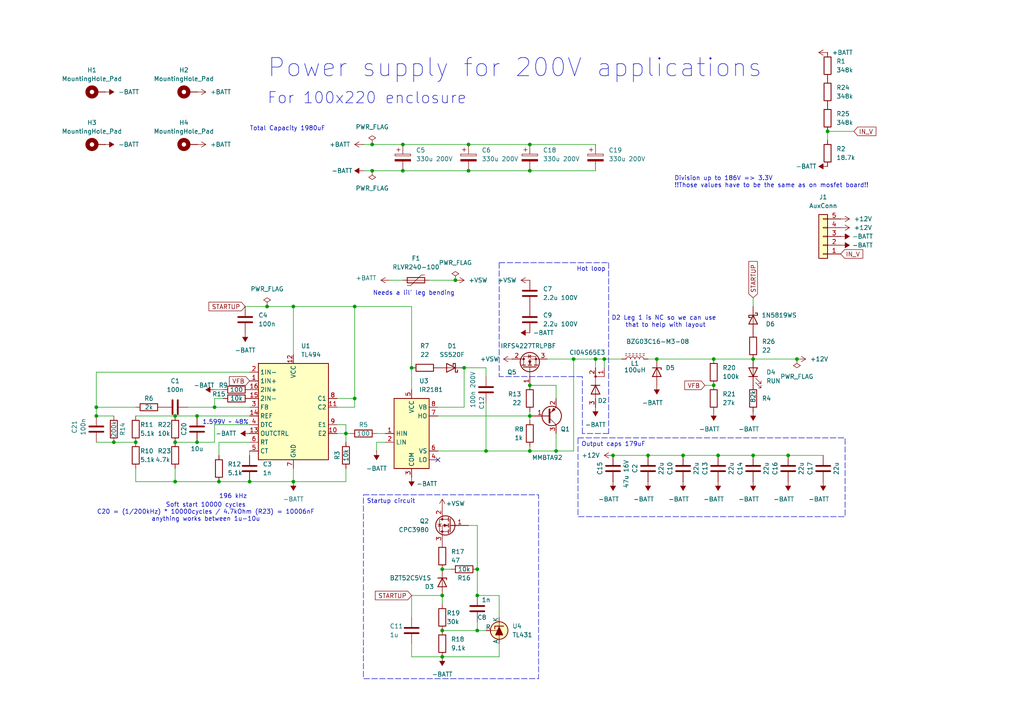
<source format=kicad_sch>
(kicad_sch (version 20231120) (generator "eeschema") (generator_version "8.0")
  (paper "A4")
  (lib_symbols
    (symbol "Connector_Generic:Conn_01x05" (pin_names (offset 1.016) hide)
      (property "Reference" "J" (at 0 7.62 0))
      (property "Value" "Conn_01x05" (at 0 -7.62 0))
      (symbol "Conn_01x05_1_1"
        (pin passive line (at -5.08 5.08 0) (length 3.81) (name "Pin_1") (number "1"))
        (pin passive line (at -5.08 2.54 0) (length 3.81) (name "Pin_2") (number "2"))
        (pin passive line (at -5.08 0 0) (length 3.81) (name "Pin_3") (number "3"))
        (pin passive line (at -5.08 -2.54 0) (length 3.81) (name "Pin_4") (number "4"))
        (pin passive line (at -5.08 -5.08 0) (length 3.81) (name "Pin_5") (number "5"))
      )
    )
    (symbol "Device:C" (pin_numbers hide) (pin_names (offset 0.254))
      (property "Reference" "C" (at 0.635 2.54 0))
      (property "Value" "C" (at 0.635 -2.54 0))
      (symbol "C_1_1"
        (pin passive line (at 0 3.81 270) (length 2.794) (name "~") (number "1"))
        (pin passive line (at 0 -3.81 90) (length 2.794) (name "~") (number "2"))
      )
    )
    (symbol "Device:C_Polarized" (pin_numbers hide) (pin_names (offset 0.254))
      (property "Reference" "C" (at 0.635 2.54 0))
      (property "Value" "C_Polarized" (at 0.635 -2.54 0))
      (symbol "C_Polarized_1_1"
        (pin passive line (at 0 3.81 270) (length 2.794) (name "~") (number "1"))
        (pin passive line (at 0 -3.81 90) (length 2.794) (name "~") (number "2"))
      )
    )
    (symbol "Device:D_KKA" (pin_names (offset 0) hide)
      (property "Reference" "D" (at 0 2.54 0))
      (property "Value" "D_KKA" (at 0 -2.54 0))
      (symbol "D_KKA_1_1"
        (pin passive line (at -6.35 2.54 0) (length 2.54) (name "K") (number "1"))
        (pin passive line (at -6.35 0 0) (length 2.54) (name "K") (number "2"))
        (pin passive line (at 5.08 0 180) (length 2.54) (name "A") (number "3"))
      )
    )
    (symbol "Device:D_Schottky" (pin_numbers hide) (pin_names (offset 1.016) hide)
      (property "Reference" "D" (at 0 2.54 0))
      (property "Value" "D_Schottky" (at 0 -2.54 0))
      (symbol "D_Schottky_1_1"
        (pin passive line (at -3.81 0 0) (length 2.54) (name "K") (number "1"))
        (pin passive line (at 3.81 0 180) (length 2.54) (name "A") (number "2"))
      )
    )
    (symbol "Device:D_Zener" (pin_numbers hide) (pin_names (offset 1.016) hide)
      (property "Reference" "D" (at 0 2.54 0))
      (property "Value" "D_Zener" (at 0 -2.54 0))
      (symbol "D_Zener_1_1"
        (pin passive line (at -3.81 0 0) (length 2.54) (name "K") (number "1"))
        (pin passive line (at 3.81 0 180) (length 2.54) (name "A") (number "2"))
      )
    )
    (symbol "Device:LED" (pin_numbers hide) (pin_names (offset 1.016) hide)
      (property "Reference" "D" (at 0 2.54 0))
      (property "Value" "LED" (at 0 -2.54 0))
      (symbol "LED_1_1"
        (pin passive line (at -3.81 0 0) (length 2.54) (name "K") (number "1"))
        (pin passive line (at 3.81 0 180) (length 2.54) (name "A") (number "2"))
      )
    )
    (symbol "Device:L_Ferrite" (pin_numbers hide) (pin_names (offset 1.016) hide)
      (property "Reference" "L" (at -1.27 0 90))
      (property "Value" "L_Ferrite" (at 2.794 0 90))
      (symbol "L_Ferrite_1_1"
        (pin passive line (at 0 3.81 270) (length 1.27) (name "1") (number "1"))
        (pin passive line (at 0 -3.81 90) (length 1.27) (name "2") (number "2"))
      )
    )
    (symbol "Device:Polyfuse" (pin_numbers hide) (pin_names (offset 0))
      (property "Reference" "F" (at -2.54 0 90))
      (property "Value" "Polyfuse" (at 2.54 0 90))
      (symbol "Polyfuse_1_1"
        (pin passive line (at 0 3.81 270) (length 1.27) (name "~") (number "1"))
        (pin passive line (at 0 -3.81 90) (length 1.27) (name "~") (number "2"))
      )
    )
    (symbol "Device:Q_PNP_BEC" (pin_names (offset 0) hide)
      (property "Reference" "Q" (at 5.08 1.27 0))
      (property "Value" "Q_PNP_BEC" (at 5.08 -1.27 0))
      (symbol "Q_PNP_BEC_1_1"
        (pin input line (at -5.08 0 0) (length 5.715) (name "B") (number "1"))
        (pin passive line (at 2.54 -5.08 90) (length 2.54) (name "E") (number "2"))
        (pin passive line (at 2.54 5.08 270) (length 2.54) (name "C") (number "3"))
      )
    )
    (symbol "Device:R" (pin_numbers hide) (pin_names (offset 0))
      (property "Reference" "R" (at 2.032 0 90))
      (property "Value" "R" (at 0 0 90))
      (symbol "R_1_1"
        (pin passive line (at 0 3.81 270) (length 1.27) (name "~") (number "1"))
        (pin passive line (at 0 -3.81 90) (length 1.27) (name "~") (number "2"))
      )
    )
    (symbol "Driver_FET:IR2181"
      (property "Reference" "U" (at 1.27 13.335 0))
      (property "Value" "IR2181" (at 1.27 11.43 0))
      (symbol "IR2181_1_1"
        (pin input line (at -7.62 0 0) (length 2.54) (name "HIN") (number "1"))
        (pin input line (at -7.62 -2.54 0) (length 2.54) (name "LIN") (number "2"))
        (pin power_in line (at 0 -12.7 90) (length 2.54) (name "COM") (number "3"))
        (pin output line (at 7.62 -7.62 180) (length 2.54) (name "LO") (number "4"))
        (pin power_in line (at 0 12.7 270) (length 2.54) (name "VCC") (number "5"))
        (pin passive line (at 7.62 -5.08 180) (length 2.54) (name "VS") (number "6"))
        (pin output line (at 7.62 5.08 180) (length 2.54) (name "HO") (number "7"))
        (pin passive line (at 7.62 7.62 180) (length 2.54) (name "VB") (number "8"))
      )
    )
    (symbol "GigaESCSymbols:TL431" (pin_numbers hide) (pin_names (offset 0))
      (property "Reference" "U" (at 10.16 1.27 0))
      (property "Value" "TL431" (at 10.16 -1.27 0))
      (symbol "TL431_1_1"
        (pin passive line (at -3.81 0 0) (length 1.27) (name "R") (number "1"))
        (pin passive line (at 0 3.81 270) (length 1.27) (name "K") (number "2"))
        (pin passive line (at 0 -3.81 90) (length 1.27) (name "A") (number "3"))
      )
    )
    (symbol "Mechanical:MountingHole_Pad" (pin_numbers hide) (pin_names (offset 1.016) hide)
      (property "Reference" "H" (at 0 6.35 0))
      (property "Value" "MountingHole_Pad" (at 0 4.445 0))
      (symbol "MountingHole_Pad_1_1"
        (pin input line (at 0 -2.54 90) (length 2.54) (name "1") (number "1"))
      )
    )
    (symbol "Regulator_Controller:TL494"
      (property "Reference" "U" (at 3.81 19.05 0))
      (property "Value" "TL494" (at 3.81 16.51 0))
      (symbol "TL494_1_1"
        (pin input line (at -12.7 10.16 0) (length 2.54) (name "1IN+") (number "1"))
        (pin passive line (at 12.7 -5.08 180) (length 2.54) (name "E2") (number "10"))
        (pin passive line (at 12.7 2.54 180) (length 2.54) (name "C2") (number "11"))
        (pin power_in line (at 0 17.78 270) (length 2.54) (name "VCC") (number "12"))
        (pin input line (at -12.7 -5.08 0) (length 2.54) (name "OUTCTRL") (number "13"))
        (pin power_out line (at -12.7 0 0) (length 2.54) (name "REF") (number "14"))
        (pin input line (at -12.7 5.08 0) (length 2.54) (name "2IN-") (number "15"))
        (pin input line (at -12.7 7.62 0) (length 2.54) (name "2IN+") (number "16"))
        (pin input line (at -12.7 12.7 0) (length 2.54) (name "1IN-") (number "2"))
        (pin output line (at -12.7 2.54 0) (length 2.54) (name "FB") (number "3"))
        (pin input line (at -12.7 -2.54 0) (length 2.54) (name "DTC") (number "4"))
        (pin passive line (at -12.7 -10.16 0) (length 2.54) (name "CT") (number "5"))
        (pin passive line (at -12.7 -7.62 0) (length 2.54) (name "RT") (number "6"))
        (pin power_in line (at 0 -15.24 90) (length 2.54) (name "GND") (number "7"))
        (pin passive line (at 12.7 5.08 180) (length 2.54) (name "C1") (number "8"))
        (pin passive line (at 12.7 -2.54 180) (length 2.54) (name "E1") (number "9"))
      )
    )
    (symbol "Transistor_FET:BSP129" (pin_names hide)
      (property "Reference" "Q" (at 5.08 1.905 0))
      (property "Value" "BSP129" (at 5.08 0 0))
      (symbol "BSP129_1_1"
        (pin input line (at -5.08 0 0) (length 5.08) (name "G") (number "1"))
        (pin passive line (at 2.54 5.08 270) (length 2.54) (name "D") (number "2"))
        (pin passive line (at 2.54 -5.08 90) (length 2.54) (name "S") (number "3"))
      )
    )
    (symbol "Transistor_FET:STD7NK40Z" (pin_names hide)
      (property "Reference" "Q" (at 5.08 1.905 0))
      (property "Value" "STD7NK40Z" (at 5.08 0 0))
      (symbol "STD7NK40Z_1_1"
        (pin passive line (at -5.08 0 0) (length 2.54) (name "G") (number "1"))
        (pin passive line (at 2.54 5.08 270) (length 2.54) (name "D") (number "2"))
        (pin passive line (at 2.54 -5.08 90) (length 2.54) (name "S") (number "3"))
      )
    )
    (symbol "power:+12V" (power) (pin_numbers hide) (pin_names (offset 0) hide)
      (property "Value" "+12V" (at 0 3.556 0))
      (symbol "+12V_1_1"
        (pin power_in line (at 0 0 90) (length 0) (name "~") (number "1"))
      )
    )
    (symbol "power:+BATT" (power) (pin_numbers hide) (pin_names (offset 0) hide)
      (property "Value" "+BATT" (at 0 3.556 0))
      (symbol "+BATT_1_1"
        (pin power_in line (at 0 0 90) (length 0) (name "~") (number "1"))
      )
    )
    (symbol "power:+VSW" (power) (pin_numbers hide) (pin_names (offset 0) hide)
      (property "Value" "+VSW" (at 0 3.556 0))
      (symbol "+VSW_1_1"
        (pin power_in line (at 0 0 90) (length 0) (name "~") (number "1"))
      )
    )
    (symbol "power:-BATT" (power) (pin_numbers hide) (pin_names (offset 0) hide)
      (property "Value" "-BATT" (at 0 3.556 0))
      (symbol "-BATT_1_1"
        (pin power_in line (at 0 0 90) (length 0) (name "~") (number "1"))
      )
    )
    (symbol "power:PWR_FLAG" (power) (pin_numbers hide) (pin_names (offset 0) hide)
      (property "Value" "PWR_FLAG" (at 0 3.81 0))
      (symbol "PWR_FLAG_0_0"
        (pin power_out line (at 0 0 90) (length 0) (name "~") (number "1"))
      )
    )
  )
  (junction (at 218.44 104.14))
  (junction (at 140.97 130.81))
  (junction (at 208.28 132.08))
  (junction (at 128.27 190.5))
  (junction (at 102.87 88.9))
  (junction (at 102.87 115.57))
  (junction (at 153.67 120.65))
  (junction (at 231.14 104.14))
  (junction (at 228.6 132.08))
  (junction (at 153.67 130.81))
  (junction (at 138.43 182.88))
  (junction (at 116.84 49.53))
  (junction (at 128.27 182.88))
  (junction (at 57.15 120.65))
  (junction (at 100.33 125.73))
  (junction (at 128.27 165.1))
  (junction (at 207.01 104.14))
  (junction (at 50.8 128.27))
  (junction (at 85.09 139.7))
  (junction (at 240.03 38.1))
  (junction (at 107.95 41.91))
  (junction (at 187.96 132.08))
  (junction (at 116.84 41.91))
  (junction (at 62.23 118.11))
  (junction (at 172.72 104.14))
  (junction (at 77.47 88.9))
  (junction (at 107.95 49.53))
  (junction (at 138.43 172.72))
  (junction (at 218.44 132.08))
  (junction (at 161.29 130.81))
  (junction (at 27.94 118.11))
  (junction (at 135.89 49.53))
  (junction (at 175.26 104.14))
  (junction (at 190.5 104.14))
  (junction (at 39.37 128.27))
  (junction (at 50.8 120.65))
  (junction (at 33.02 128.27))
  (junction (at 153.67 111.76))
  (junction (at 128.27 172.72))
  (junction (at 50.8 139.7))
  (junction (at 135.89 41.91))
  (junction (at 72.39 139.7))
  (junction (at 57.15 128.27))
  (junction (at 198.12 132.08))
  (junction (at 85.09 88.9))
  (junction (at 153.67 41.91))
  (junction (at 153.67 49.53))
  (junction (at 132.08 81.28))
  (junction (at 166.37 104.14))
  (junction (at 134.62 106.68))
  (junction (at 27.94 120.65))
  (junction (at 138.43 165.1))
  (junction (at 119.38 106.68))
  (junction (at 177.8 132.08))
  (junction (at 207.01 111.76))
  (junction (at 63.5 139.7))
  (no_connect (at 127 133.35))
  (wire (pts (xy 127 120.65) (xy 153.67 120.65)))
  (wire (pts (xy 138.43 165.1) (xy 138.43 172.72)))
  (wire (pts (xy 100.33 123.19) (xy 100.33 125.73)))
  (wire (pts (xy 127 130.81) (xy 140.97 130.81)))
  (wire (pts (xy 153.67 49.53) (xy 172.72 49.53)))
  (wire (pts (xy 57.15 128.27) (xy 62.23 128.27)))
  (wire (pts (xy 218.44 104.14) (xy 231.14 104.14)))
  (wire (pts (xy 128.27 182.88) (xy 138.43 182.88)))
  (wire (pts (xy 109.22 128.27) (xy 111.76 128.27)))
  (wire (pts (xy 161.29 111.76) (xy 153.67 111.76)))
  (wire (pts (xy 119.38 88.9) (xy 119.38 106.68)))
  (wire (pts (xy 138.43 172.72) (xy 144.78 172.72)))
  (wire (pts (xy 27.94 118.11) (xy 39.37 118.11)))
  (wire (pts (xy 109.22 125.73) (xy 111.76 125.73)))
  (wire (pts (xy 134.62 106.68) (xy 140.97 106.68)))
  (wire (pts (xy 77.47 88.9) (xy 85.09 88.9)))
  (wire (pts (xy 27.94 128.27) (xy 33.02 128.27)))
  (wire (pts (xy 177.8 132.08) (xy 187.96 132.08)))
  (wire (pts (xy 187.96 132.08) (xy 198.12 132.08)))
  (wire (pts (xy 62.23 128.27) (xy 62.23 123.19)))
  (wire (pts (xy 62.23 115.57) (xy 62.23 118.11)))
  (wire (pts (xy 161.29 125.73) (xy 161.29 130.81)))
  (wire (pts (xy 153.67 41.91) (xy 172.72 41.91)))
  (wire (pts (xy 166.37 104.14) (xy 172.72 104.14)))
  (wire (pts (xy 64.77 113.03) (xy 62.23 113.03)))
  (wire (pts (xy 50.8 128.27) (xy 57.15 128.27)))
  (wire (pts (xy 116.84 41.91) (xy 135.89 41.91)))
  (wire (pts (xy 102.87 88.9) (xy 102.87 115.57)))
  (polyline (pts (xy 144.78 76.2) (xy 176.53 76.2)) (stroke (width 0) (type dash)))
  (wire (pts (xy 218.44 132.08) (xy 228.6 132.08)))
  (wire (pts (xy 71.12 88.9) (xy 77.47 88.9)))
  (wire (pts (xy 102.87 88.9) (xy 119.38 88.9)))
  (wire (pts (xy 100.33 135.89) (xy 100.33 139.7)))
  (wire (pts (xy 39.37 139.7) (xy 50.8 139.7)))
  (wire (pts (xy 127 118.11) (xy 134.62 118.11)))
  (wire (pts (xy 107.95 49.53) (xy 116.84 49.53)))
  (wire (pts (xy 175.26 104.14) (xy 180.34 104.14)))
  (wire (pts (xy 109.22 130.81) (xy 109.22 128.27)))
  (wire (pts (xy 138.43 152.4) (xy 135.89 152.4)))
  (wire (pts (xy 140.97 106.68) (xy 140.97 109.22)))
  (wire (pts (xy 128.27 165.1) (xy 130.81 165.1)))
  (polyline (pts (xy 168.91 109.22) (xy 144.78 109.22)) (stroke (width 0) (type dash)))
  (wire (pts (xy 97.79 123.19) (xy 100.33 123.19)))
  (wire (pts (xy 138.43 182.88) (xy 140.97 182.88)))
  (wire (pts (xy 158.75 104.14) (xy 166.37 104.14)))
  (wire (pts (xy 119.38 179.07) (xy 119.38 172.72)))
  (wire (pts (xy 138.43 180.34) (xy 138.43 182.88)))
  (wire (pts (xy 207.01 104.14) (xy 218.44 104.14)))
  (wire (pts (xy 153.67 129.54) (xy 153.67 130.81)))
  (wire (pts (xy 33.02 128.27) (xy 39.37 128.27)))
  (wire (pts (xy 97.79 115.57) (xy 102.87 115.57)))
  (wire (pts (xy 240.03 38.1) (xy 247.65 38.1)))
  (wire (pts (xy 172.72 104.14) (xy 172.72 106.68)))
  (wire (pts (xy 62.23 118.11) (xy 72.39 118.11)))
  (wire (pts (xy 187.96 104.14) (xy 190.5 104.14)))
  (wire (pts (xy 124.46 81.28) (xy 132.08 81.28)))
  (polyline (pts (xy 176.53 76.2) (xy 176.53 125.73)) (stroke (width 0) (type dash)))
  (wire (pts (xy 85.09 88.9) (xy 85.09 102.87)))
  (wire (pts (xy 105.41 49.53) (xy 107.95 49.53)))
  (wire (pts (xy 144.78 179.07) (xy 144.78 172.72)))
  (wire (pts (xy 175.26 104.14) (xy 175.26 106.68)))
  (polyline (pts (xy 144.78 76.2) (xy 144.78 109.22)) (stroke (width 0) (type dash)))
  (wire (pts (xy 204.47 111.76) (xy 207.01 111.76)))
  (wire (pts (xy 166.37 130.81) (xy 166.37 104.14)))
  (wire (pts (xy 62.23 123.19) (xy 72.39 123.19)))
  (wire (pts (xy 85.09 88.9) (xy 102.87 88.9)))
  (wire (pts (xy 153.67 120.65) (xy 153.67 119.38)))
  (wire (pts (xy 27.94 118.11) (xy 27.94 120.65)))
  (wire (pts (xy 107.95 41.91) (xy 116.84 41.91)))
  (wire (pts (xy 57.15 120.65) (xy 72.39 120.65)))
  (wire (pts (xy 62.23 115.57) (xy 64.77 115.57)))
  (wire (pts (xy 116.84 49.53) (xy 135.89 49.53)))
  (wire (pts (xy 100.33 125.73) (xy 100.33 128.27)))
  (wire (pts (xy 134.62 106.68) (xy 134.62 118.11)))
  (wire (pts (xy 54.61 118.11) (xy 62.23 118.11)))
  (wire (pts (xy 140.97 130.81) (xy 153.67 130.81)))
  (wire (pts (xy 161.29 130.81) (xy 166.37 130.81)))
  (wire (pts (xy 100.33 125.73) (xy 101.6 125.73)))
  (wire (pts (xy 218.44 86.36) (xy 218.44 88.9)))
  (wire (pts (xy 105.41 41.91) (xy 107.95 41.91)))
  (wire (pts (xy 240.03 38.1) (xy 240.03 40.64)))
  (wire (pts (xy 39.37 120.65) (xy 50.8 120.65)))
  (wire (pts (xy 161.29 115.57) (xy 161.29 111.76)))
  (wire (pts (xy 138.43 152.4) (xy 138.43 165.1)))
  (wire (pts (xy 113.03 81.28) (xy 116.84 81.28)))
  (wire (pts (xy 128.27 190.5) (xy 144.78 190.5)))
  (wire (pts (xy 135.89 49.53) (xy 153.67 49.53)))
  (wire (pts (xy 144.78 190.5) (xy 144.78 186.69)))
  (wire (pts (xy 208.28 132.08) (xy 218.44 132.08)))
  (wire (pts (xy 63.5 128.27) (xy 63.5 132.08)))
  (polyline (pts (xy 168.91 125.73) (xy 168.91 109.22)) (stroke (width 0) (type dash)))
  (wire (pts (xy 27.94 120.65) (xy 33.02 120.65)))
  (wire (pts (xy 72.39 128.27) (xy 63.5 128.27)))
  (wire (pts (xy 39.37 135.89) (xy 39.37 139.7)))
  (wire (pts (xy 72.39 130.81) (xy 72.39 132.08)))
  (wire (pts (xy 102.87 115.57) (xy 102.87 118.11)))
  (wire (pts (xy 85.09 139.7) (xy 85.09 135.89)))
  (wire (pts (xy 228.6 132.08) (xy 238.76 132.08)))
  (wire (pts (xy 119.38 172.72) (xy 128.27 172.72)))
  (wire (pts (xy 172.72 104.14) (xy 175.26 104.14)))
  (wire (pts (xy 100.33 139.7) (xy 85.09 139.7)))
  (wire (pts (xy 50.8 120.65) (xy 57.15 120.65)))
  (wire (pts (xy 119.38 190.5) (xy 128.27 190.5)))
  (wire (pts (xy 135.89 41.91) (xy 153.67 41.91)))
  (wire (pts (xy 97.79 118.11) (xy 102.87 118.11)))
  (wire (pts (xy 140.97 116.84) (xy 140.97 130.81)))
  (polyline (pts (xy 176.53 125.73) (xy 168.91 125.73)) (stroke (width 0) (type dash)))
  (wire (pts (xy 72.39 139.7) (xy 85.09 139.7)))
  (wire (pts (xy 50.8 139.7) (xy 63.5 139.7)))
  (wire (pts (xy 198.12 132.08) (xy 208.28 132.08)))
  (wire (pts (xy 119.38 106.68) (xy 119.38 113.03)))
  (wire (pts (xy 50.8 135.89) (xy 50.8 139.7)))
  (wire (pts (xy 153.67 120.65) (xy 153.67 121.92)))
  (wire (pts (xy 190.5 104.14) (xy 207.01 104.14)))
  (wire (pts (xy 27.94 107.95) (xy 72.39 107.95)))
  (wire (pts (xy 27.94 118.11) (xy 27.94 107.95)))
  (wire (pts (xy 97.79 125.73) (xy 100.33 125.73)))
  (wire (pts (xy 153.67 130.81) (xy 161.29 130.81)))
  (wire (pts (xy 63.5 139.7) (xy 72.39 139.7)))
  (wire (pts (xy 119.38 186.69) (xy 119.38 190.5)))
  (wire (pts (xy 128.27 172.72) (xy 128.27 175.26)))
  (text_box "Startup circuit" (at 105.41 143.51 0) (size 50.8 53.34) (stroke (width 0) (type dash)) (effects (font (size 1.27 1.27)) (justify left top)))
  (text_box "Output caps 179uF" (at 167.64 127 0) (size 77.47 22.86) (stroke (width 0) (type dash)) (effects (font (size 1.27 1.27)) (justify left top)))
  (text "Power supply for 200V applications" (at 77.47 22.86 0) (effects (font (size 5.27 5.27)) (justify left bottom)))
  (text "1.599V ~ 48%" (at 65.405 122.555 0) (effects (font (size 1.27 1.27))))
  (text "Needs a lil' leg bending" (at 120.015 85.09 0) (effects (font (size 1.27 1.27))))
  (text "Total Capacity 1980uF" (at 72.39 38.1 0) (effects (font (size 1.27 1.27)) (justify left bottom)))
  (text "Hot loop" (at 171.45 78.105 0) (effects (font (size 1.27 1.27))))
  (text "Soft start 10000 cycles\nC20 = (1/200kHz) * 10000cycles / 4.7kOhm (R23) = 10006nF\nanything works between 1u-10u" (at 59.69 148.59 0) (effects (font (size 1.27 1.27))))
  (text "196 kHz" (at 63.5 144.78 0) (effects (font (size 1.27 1.27)) (justify left bottom)))
  (text "Division up to 186V => 3.3V\n!!Those values have to be the same as on mosfet board!!" (at 195.58 54.61 0) (effects (font (size 1.27 1.27)) (justify left bottom)))
  (text "D2 Leg 1 is NC so we can use \nthat to help with layout\n" (at 193.04 93.345 0) (effects (font (size 1.27 1.27))))
  (text "For 100x220 enclosure" (at 77.47 30.48 0) (effects (font (size 3.27 3.27)) (justify left bottom)))
  (global_label "STARTUP" (shape input) (at 218.44 86.36 90) (property "Intersheetrefs" "${INTERSHEET_REFS}" (effects (hide yes))))
  (global_label "IN_V" (shape input) (at 247.65 38.1 0) (property "Intersheetrefs" "${INTERSHEET_REFS}" (effects (hide yes))))
  (global_label "VFB" (shape input) (at 204.47 111.76 180) (property "Intersheetrefs" "${INTERSHEET_REFS}" (effects (hide yes))))
  (global_label "STARTUP" (shape input) (at 119.38 172.72 180) (property "Intersheetrefs" "${INTERSHEET_REFS}" (effects (hide yes))))
  (global_label "STARTUP" (shape input) (at 71.12 88.9 180) (property "Intersheetrefs" "${INTERSHEET_REFS}" (effects (hide yes))))
  (global_label "VFB" (shape input) (at 72.39 110.49 180) (property "Intersheetrefs" "${INTERSHEET_REFS}" (effects (hide yes))))
  (global_label "IN_V" (shape input) (at 243.84 73.66 0) (property "Intersheetrefs" "${INTERSHEET_REFS}" (effects (hide yes))))
  (symbol (lib_id "Device:C") (at 57.15 124.46 0) (unit 1)
    (property "Reference" "C20" (at 53.34 124.46 90))
    (property "Value" "10u" (at 57.15 130.175 0))
    (property "Footprint" "Capacitor_SMD:C_0603_1608Metric" (effects (hide yes)))
    (property "MPN" "C96446" (effects (hide yes)))
  )
  (symbol (lib_id "Transistor_FET:STD7NK40Z") (at 153.67 106.68 90) (unit 1)
    (property "Reference" "Q5" (at 149.86 107.95 90) (effects (justify left)))
    (property "Value" "IRFS4227TRLPBF" (at 161.29 100.33 90) (effects (justify left)))
    (property "Footprint" "Package_TO_SOT_SMD:TO-263-2" (effects (hide yes)))
    (property "Datasheet" "https://www.st.com/resource/en/datasheet/std7nk40zt4.pdf" (effects (hide yes)))
    (property "Description" "5.4A Id, 400V Vds, N-Channel MOSFET, 1Ohm Ron, DPAK" (effects (hide yes)))
    (property "MPN" "C146578" (effects (hide yes)))
    (property "JLCPosOffset" "0,0" (effects (hide yes)))
  )
  (symbol (lib_id "power:+VSW") (at 148.59 104.14 90) (unit 1)
    (property "Reference" "#PWR038" (effects (hide yes)))
    (property "Value" "+VSW" (at 144.78 104.1399 90) (effects (justify left)))
    (property "Description" "Power symbol creates a global label with name \"+VSW\"" (effects (hide yes)))
  )
  (symbol (lib_id "power:-BATT") (at 128.27 190.5 180) (unit 1)
    (property "Reference" "#PWR031" (effects (hide yes)))
    (property "Value" "-BATT" (at 128.27 195.58 0))
    (property "Description" "Power symbol creates a global label with name \"-BATT\"" (effects (hide yes)))
  )
  (symbol (lib_id "power:-BATT") (at 30.48 26.67 270) (unit 1)
    (property "Reference" "#PWR06" (effects (hide yes)))
    (property "Value" "-BATT" (at 34.29 26.67 90) (effects (justify left)))
    (property "Description" "Power symbol creates a global label with name \"-BATT\"" (effects (hide yes)))
  )
  (symbol (lib_id "power:+12V") (at 243.84 63.5 270) (unit 1)
    (property "Reference" "#PWR024" (effects (hide yes)))
    (property "Value" "+12V" (at 247.65 63.5 90) (effects (justify left)))
    (property "Description" "Power symbol creates a global label with name \"+12V\"" (effects (hide yes)))
  )
  (symbol (lib_id "power:-BATT") (at 238.76 139.7 180) (unit 1)
    (property "Reference" "#PWR036" (effects (hide yes)))
    (property "Value" "-BATT" (at 237.49 144.78 0))
    (property "Description" "Power symbol creates a global label with name \"-BATT\"" (effects (hide yes)))
  )
  (symbol (lib_id "Device:R") (at 39.37 124.46 0) (unit 1)
    (property "Reference" "R11" (at 40.64 123.19 0) (effects (justify left)))
    (property "Value" "5.1k" (at 40.64 125.73 0) (effects (justify left)))
    (property "Footprint" "Resistor_SMD:R_0603_1608Metric" (effects (hide yes)))
    (property "MPN" "C23186" (effects (hide yes)))
    (property "Mouser" "603-RC0805FR-0744K2L" (effects (hide yes)))
  )
  (symbol (lib_id "Device:R") (at 68.58 115.57 90) (unit 1)
    (property "Reference" "R15" (at 63.5 114.3 90))
    (property "Value" "10k" (at 68.58 115.57 90))
    (property "Footprint" "Resistor_SMD:R_0603_1608Metric" (effects (hide yes)))
    (property "MPN" "C25804" (effects (hide yes)))
    (property "Mouser" "603-RC0805FR-0744K2L" (effects (hide yes)))
  )
  (symbol (lib_id "power:-BATT") (at 208.28 139.7 180) (unit 1)
    (property "Reference" "#PWR019" (effects (hide yes)))
    (property "Value" "-BATT" (at 207.01 144.78 0))
    (property "Description" "Power symbol creates a global label with name \"-BATT\"" (effects (hide yes)))
  )
  (symbol (lib_id "Driver_FET:IR2181") (at 119.38 125.73 0) (unit 1)
    (property "Reference" "U3" (at 121.5741 110.49 0) (effects (justify left)))
    (property "Value" "IR2181" (at 121.5741 113.03 0) (effects (justify left)))
    (property "Footprint" "Package_SO:SOIC-8_3.9x4.9mm_P1.27mm" (effects (hide yes)))
    (property "Datasheet" "https://www.infineon.com/dgdl/ir2181.pdf?fileId=5546d462533600a4015355c93cdd16ce" (effects (hide yes)))
    (property "MPN" "C37524" (effects (hide yes)))
    (property "JLCRotOffset" "90" (effects (hide yes)))
  )
  (symbol (lib_id "power:+BATT") (at 240.03 15.24 90) (unit 1)
    (property "Reference" "#PWR04" (effects (hide yes)))
    (property "Value" "+BATT" (at 241.3 15.24 90) (effects (justify right)))
    (property "Description" "Power symbol creates a global label with name \"+BATT\"" (effects (hide yes)))
  )
  (symbol (lib_id "Device:C") (at 140.97 113.03 0) (unit 1)
    (property "Reference" "C12" (at 139.7 116.84 90))
    (property "Value" "100n 200V" (at 137.16 113.03 90))
    (property "Footprint" "Capacitor_SMD:C_0805_2012Metric" (effects (hide yes)))
    (property "MPN" "C784084" (effects (hide yes)))
  )
  (symbol (lib_id "power:+BATT") (at 57.15 26.67 270) (unit 1)
    (property "Reference" "#PWR013" (effects (hide yes)))
    (property "Value" "+BATT" (at 60.96 26.67 90) (effects (justify left)))
    (property "Description" "Power symbol creates a global label with name \"+BATT\"" (effects (hide yes)))
  )
  (symbol (lib_id "power:PWR_FLAG") (at 107.95 49.53 180) (unit 1)
    (property "Reference" "#FLG05" (effects (hide yes)))
    (property "Value" "PWR_FLAG" (at 107.95 54.61 0))
    (property "Description" "Special symbol for telling ERC where power comes from" (effects (hide yes)))
  )
  (symbol (lib_id "power:-BATT") (at 119.38 138.43 180) (unit 1)
    (property "Reference" "#PWR023" (effects (hide yes)))
    (property "Value" "-BATT" (at 123.825 140.335 0))
    (property "Description" "Power symbol creates a global label with name \"-BATT\"" (effects (hide yes)))
  )
  (symbol (lib_id "power:+12V") (at 243.84 66.04 270) (unit 1)
    (property "Reference" "#PWR08" (effects (hide yes)))
    (property "Value" "+12V" (at 247.65 66.04 90) (effects (justify left)))
    (property "Description" "Power symbol creates a global label with name \"+12V\"" (effects (hide yes)))
  )
  (symbol (lib_id "power:-BATT") (at 177.8 139.7 180) (unit 1)
    (property "Reference" "#PWR017" (effects (hide yes)))
    (property "Value" "-BATT" (at 176.53 144.78 0))
    (property "Description" "Power symbol creates a global label with name \"-BATT\"" (effects (hide yes)))
  )
  (symbol (lib_id "power:PWR_FLAG") (at 107.95 41.91 0) (unit 1)
    (property "Reference" "#FLG04" (effects (hide yes)))
    (property "Value" "PWR_FLAG" (at 107.95 36.83 0))
    (property "Description" "Special symbol for telling ERC where power comes from" (effects (hide yes)))
  )
  (symbol (lib_id "Device:C") (at 27.94 124.46 0) (unit 1)
    (property "Reference" "C21" (at 21.59 123.825 90))
    (property "Value" "100n" (at 24.13 123.825 90))
    (property "Footprint" "Capacitor_SMD:C_0603_1608Metric" (effects (hide yes)))
    (property "MPN" "C14663" (effects (hide yes)))
    (property "Mouser" "581-08055C104KAT4A" (effects (hide yes)))
  )
  (symbol (lib_id "power:-BATT") (at 105.41 49.53 90) (unit 1)
    (property "Reference" "#PWR012" (effects (hide yes)))
    (property "Value" "-BATT" (at 102.235 49.53 90) (effects (justify left)))
    (property "Description" "Power symbol creates a global label with name \"-BATT\"" (effects (hide yes)))
  )
  (symbol (lib_id "Device:R") (at 153.67 115.57 180) (unit 1)
    (property "Reference" "R13" (at 147.32 114.3 0) (effects (justify right)))
    (property "Value" "22" (at 148.59 116.84 0) (effects (justify right)))
    (property "Footprint" "Resistor_SMD:R_0603_1608Metric" (effects (hide yes)))
    (property "MPN" "C23345" (effects (hide yes)))
    (property "Mouser" "71-CRCW080520R0FKEAC" (effects (hide yes)))
  )
  (symbol (lib_id "Device:R") (at 153.67 125.73 180) (unit 1)
    (property "Reference" "R8" (at 149.225 124.46 0) (effects (justify right)))
    (property "Value" "1k" (at 149.225 127 0) (effects (justify right)))
    (property "Footprint" "Resistor_SMD:R_0603_1608Metric" (effects (hide yes)))
    (property "MPN" "C21190" (effects (hide yes)))
    (property "Mouser" "71-CRCW080520R0FKEAC" (effects (hide yes)))
  )
  (symbol (lib_id "Device:D_Zener") (at 128.27 168.91 270) (unit 1)
    (property "Reference" "D3" (at 123.19 170.18 90) (effects (justify left)))
    (property "Value" "BZT52C5V1S" (at 113.03 167.64 90) (effects (justify left)))
    (property "Footprint" "Diode_SMD:D_SOD-323_HandSoldering" (effects (hide yes)))
    (property "MPN" "C2886317" (effects (hide yes)))
  )
  (symbol (lib_id "Device:C") (at 138.43 176.53 0) (unit 1)
    (property "Reference" "C8" (at 138.43 179.07 0) (effects (justify left)))
    (property "Value" "1n" (at 139.7 173.99 0) (effects (justify left)))
    (property "Footprint" "Capacitor_SMD:C_0603_1608Metric" (effects (hide yes)))
    (property "MPN" "C1588" (effects (hide yes)))
    (property "Mouser" "80-C0603C102K5R7081" (effects (hide yes)))
  )
  (symbol (lib_id "power:+BATT") (at 113.03 81.28 90) (unit 1)
    (property "Reference" "#PWR034" (effects (hide yes)))
    (property "Value" "+BATT" (at 109.22 80.645 90) (effects (justify left)))
    (property "Description" "Power symbol creates a global label with name \"+BATT\"" (effects (hide yes)))
  )
  (symbol (lib_id "Device:R") (at 218.44 100.33 180) (unit 1)
    (property "Reference" "R26" (at 220.98 99.0599 0) (effects (justify right)))
    (property "Value" "22" (at 220.98 101.5999 0) (effects (justify right)))
    (property "Footprint" "Resistor_SMD:R_0603_1608Metric" (effects (hide yes)))
    (property "MPN" "C23345" (effects (hide yes)))
    (property "Mouser" "71-CRCW080520R0FKEAC" (effects (hide yes)))
  )
  (symbol (lib_id "Device:R") (at 207.01 107.95 0) (unit 1)
    (property "Reference" "R20" (at 209.55 106.6799 0) (effects (justify left)))
    (property "Value" "100k" (at 209.55 109.2199 0) (effects (justify left)))
    (property "Footprint" "Resistor_SMD:R_0603_1608Metric" (effects (hide yes)))
    (property "MPN" "C25803" (effects (hide yes)))
  )
  (symbol (lib_id "Device:C") (at 177.8 135.89 0) (unit 1)
    (property "Reference" "C15" (at 173.99 137.795 90) (effects (justify left)))
    (property "Value" "47u 16V" (at 181.61 141.605 90) (effects (justify left)))
    (property "Footprint" "Capacitor_SMD:C_1210_3225Metric" (effects (hide yes)))
    (property "MPN" "C2918513" (effects (hide yes)))
    (property "Mouser" "81-GRM32EC81C476KE5K" (effects (hide yes)))
  )
  (symbol (lib_id "power:-BATT") (at 72.39 125.73 90) (unit 1)
    (property "Reference" "#PWR02" (effects (hide yes)))
    (property "Value" "-BATT" (at 68.58 125.73 90) (effects (justify left)))
    (property "Description" "Power symbol creates a global label with name \"-BATT\"" (effects (hide yes)))
  )
  (symbol (lib_id "Device:D_Schottky") (at 218.44 92.71 270) (unit 1)
    (property "Reference" "D6" (at 224.79 93.98 90) (effects (justify right)))
    (property "Value" "1N5819WS" (at 231.14 91.44 90) (effects (justify right)))
    (property "Footprint" "Diode_SMD:D_SOD-323_HandSoldering" (effects (hide yes)))
    (property "MPN" "C191023" (effects (hide yes)))
  )
  (symbol (lib_id "Device:R") (at 128.27 179.07 180) (unit 1)
    (property "Reference" "R19" (at 129.54 177.8 0) (effects (justify right)))
    (property "Value" "30k" (at 129.54 180.34 0) (effects (justify right)))
    (property "Footprint" "Resistor_SMD:R_0603_1608Metric" (effects (hide yes)))
    (property "MPN" "C22984" (effects (hide yes)))
    (property "Mouser" "71-CRCW080520R0FKEAC" (effects (hide yes)))
  )
  (symbol (lib_id "Device:L_Ferrite") (at 184.15 104.14 90) (unit 1)
    (property "Reference" "L1" (at 184.15 105.41 90))
    (property "Value" "100uH" (at 184.15 107.315 90))
    (property "Footprint" "Inductor_SMD:L_Chilisin_BMRG00131360" (effects (hide yes)))
    (property "MPN" "C408533" (effects (hide yes)))
  )
  (symbol (lib_id "Device:R") (at 50.8 132.08 0) (unit 1)
    (property "Reference" "R23" (at 45.72 130.81 0) (effects (justify left)))
    (property "Value" "4.7k" (at 45.085 133.35 0) (effects (justify left)))
    (property "Footprint" "Resistor_SMD:R_0603_1608Metric" (effects (hide yes)))
    (property "MPN" "C23162" (effects (hide yes)))
  )
  (symbol (lib_id "Device:Q_PNP_BEC") (at 158.75 120.65 0) (mirror x) (unit 1)
    (property "Reference" "Q1" (at 162.56 124.46 0) (effects (justify left)))
    (property "Value" "MMBTA92" (at 154.305 132.715 0) (effects (justify left)))
    (property "Footprint" "Package_TO_SOT_SMD:SOT-23" (effects (hide yes)))
    (property "Description" "PNP transistor, base/emitter/collector" (effects (hide yes)))
    (property "MPN" "C916395" (effects (hide yes)))
  )
  (symbol (lib_id "Device:R") (at 68.58 113.03 90) (unit 1)
    (property "Reference" "R9" (at 64.77 111.76 90))
    (property "Value" "100" (at 68.58 113.03 90))
    (property "Footprint" "Resistor_SMD:R_0603_1608Metric" (effects (hide yes)))
    (property "MPN" "C22775" (effects (hide yes)))
    (property "Mouser" "603-RC0805FR-0744K2L" (effects (hide yes)))
  )
  (symbol (lib_id "Device:C") (at 187.96 135.89 0) (unit 1)
    (property "Reference" "C2" (at 184.15 135.89 90))
    (property "Value" "22u" (at 191.77 135.89 90))
    (property "Footprint" "Capacitor_SMD:C_1206_3216Metric" (effects (hide yes)))
    (property "MPN" "C12891" (effects (hide yes)))
  )
  (symbol (lib_id "Device:R") (at 50.8 124.46 0) (unit 1)
    (property "Reference" "R22" (at 45.72 123.19 0) (effects (justify left)))
    (property "Value" "10k" (at 45.72 125.73 0) (effects (justify left)))
    (property "Footprint" "Resistor_SMD:R_0603_1608Metric" (effects (hide yes)))
    (property "MPN" "C25804" (effects (hide yes)))
  )
  (symbol (lib_id "power:-BATT") (at 71.12 96.52 180) (unit 1)
    (property "Reference" "#PWR037" (effects (hide yes)))
    (property "Value" "-BATT" (at 71.12 101.6 0))
    (property "Description" "Power symbol creates a global label with name \"-BATT\"" (effects (hide yes)))
  )
  (symbol (lib_id "Device:R") (at 128.27 186.69 0) (unit 1)
    (property "Reference" "R18" (at 130.81 185.4199 0) (effects (justify left)))
    (property "Value" "9.1k" (at 130.81 187.9599 0) (effects (justify left)))
    (property "Footprint" "Resistor_SMD:R_0603_1608Metric" (effects (hide yes)))
    (property "MPN" "C23260" (effects (hide yes)))
  )
  (symbol (lib_id "Device:D_Zener") (at 190.5 107.95 270) (unit 1)
    (property "Reference" "D5" (at 193.04 106.6799 90) (effects (justify left)))
    (property "Value" "BZG03C16-M3-08" (at 181.61 99.06 90) (effects (justify left)))
    (property "Footprint" "Diode_SMD:D_SMB" (effects (hide yes)))
    (property "MPN" "C5224074" (effects (hide yes)))
    (property "Mouser" "821-1SMB5928" (effects (hide yes)))
  )
  (symbol (lib_id "power:PWR_FLAG") (at 77.47 88.9 0) (unit 1)
    (property "Reference" "#FLG01" (effects (hide yes)))
    (property "Value" "PWR_FLAG" (at 77.47 83.82 0))
    (property "Description" "Special symbol for telling ERC where power comes from" (effects (hide yes)))
  )
  (symbol (lib_id "Device:Polyfuse") (at 120.65 81.28 90) (unit 1)
    (property "Reference" "F1" (at 120.65 74.93 90))
    (property "Value" "RLVR240-100" (at 120.65 77.47 90))
    (property "Footprint" "Fuse:Fuse_Bourns_MF-RHT400" (effects (hide yes)))
    (property "Description" "Resettable fuse, polymeric positive temperature coefficient" (effects (hide yes)))
    (property "MPN" "C20876" (effects (hide yes)))
  )
  (symbol (lib_id "Device:C_Polarized") (at 172.72 45.72 0) (unit 1)
    (property "Reference" "C19" (at 176.53 43.561 0) (effects (justify left)))
    (property "Value" "330u 200V" (at 176.53 46.101 0) (effects (justify left)))
    (property "Footprint" "Capacitor_THT:CP_Radial_D18.0mm_P7.50mm" (effects (hide yes)))
    (property "Mouser" "661-EKMR201VS222MR50" (effects (hide yes)))
    (property "MPN" "C697601" (effects (hide yes)))
  )
  (symbol (lib_id "Device:C_Polarized") (at 135.89 45.72 0) (unit 1)
    (property "Reference" "C6" (at 139.7 43.561 0) (effects (justify left)))
    (property "Value" "330u 200V" (at 139.7 46.101 0) (effects (justify left)))
    (property "Footprint" "Capacitor_THT:CP_Radial_D18.0mm_P7.50mm" (effects (hide yes)))
    (property "Mouser" "661-EKMR201VS222MR50" (effects (hide yes)))
    (property "MPN" "C697601" (effects (hide yes)))
  )
  (symbol (lib_id "power:-BATT") (at 198.12 139.7 180) (unit 1)
    (property "Reference" "#PWR018" (effects (hide yes)))
    (property "Value" "-BATT" (at 196.85 144.78 0))
    (property "Description" "Power symbol creates a global label with name \"-BATT\"" (effects (hide yes)))
  )
  (symbol (lib_id "Device:C") (at 50.8 118.11 90) (unit 1)
    (property "Reference" "C1" (at 50.8 110.49 90))
    (property "Value" "100n" (at 50.8 113.03 90))
    (property "Footprint" "Capacitor_SMD:C_0603_1608Metric" (effects (hide yes)))
    (property "MPN" "C14663" (effects (hide yes)))
    (property "Mouser" "581-08055C104KAT4A" (effects (hide yes)))
  )
  (symbol (lib_id "Mechanical:MountingHole_Pad") (at 27.94 26.67 90) (unit 1) (in_bom no)
    (property "Reference" "H1" (at 26.67 20.32 90))
    (property "Value" "MountingHole_Pad" (at 26.67 22.86 90))
    (property "Footprint" "MountingHole:MountingHole_5.3mm_M5_Pad_Via" (effects (hide yes)))
  )
  (symbol (lib_id "Device:C") (at 208.28 135.89 0) (unit 1)
    (property "Reference" "C13" (at 204.47 135.89 90))
    (property "Value" "22u" (at 212.09 135.89 90))
    (property "Footprint" "Capacitor_SMD:C_1206_3216Metric" (effects (hide yes)))
    (property "MPN" "C12891" (effects (hide yes)))
  )
  (symbol (lib_id "power:+12V") (at 177.8 132.08 90) (unit 1)
    (property "Reference" "#PWR014" (effects (hide yes)))
    (property "Value" "+12V" (at 173.99 132.08 90) (effects (justify left)))
    (property "Description" "Power symbol creates a global label with name \"+12V\"" (effects (hide yes)))
  )
  (symbol (lib_id "power:PWR_FLAG") (at 231.14 104.14 180) (unit 1)
    (property "Reference" "#FLG03" (effects (hide yes)))
    (property "Value" "PWR_FLAG" (at 231.14 109.22 0))
    (property "Description" "Special symbol for telling ERC where power comes from" (effects (hide yes)))
  )
  (symbol (lib_id "Transistor_FET:BSP129") (at 130.81 152.4 0) (mirror y) (unit 1)
    (property "Reference" "Q2" (at 124.46 151.1299 0) (effects (justify left)))
    (property "Value" "CPC3980" (at 124.46 153.6699 0) (effects (justify left)))
    (property "Footprint" "Package_TO_SOT_SMD:SOT-223-3_TabPin2" (effects (hide yes)))
    (property "Datasheet" "https://www.lcsc.com/datasheet/lcsc_datasheet_2303170930_Littelfuse-CPC3980ZTR_C5373317.pdf" (effects (hide yes)))
    (property "Description" "N-Channel Depletion-Mode Vertical DMOS FET" (effects (hide yes)))
    (property "MPN" "C5373317" (effects (hide yes)))
  )
  (symbol (lib_id "power:-BATT") (at 30.48 41.91 270) (unit 1)
    (property "Reference" "#PWR027" (effects (hide yes)))
    (property "Value" "-BATT" (at 34.29 41.91 90) (effects (justify left)))
    (property "Description" "Power symbol creates a global label with name \"-BATT\"" (effects (hide yes)))
  )
  (symbol (lib_id "Regulator_Controller:TL494") (at 85.09 120.65 0) (unit 1)
    (property "Reference" "U1" (at 87.2841 100.33 0) (effects (justify left)))
    (property "Value" "TL494" (at 87.2841 102.87 0) (effects (justify left)))
    (property "Footprint" "Package_SO:SOIC-16_3.9x9.9mm_P1.27mm" (effects (hide yes)))
    (property "Datasheet" "http://www.ti.com/lit/ds/symlink/tl494.pdf" (effects (hide yes)))
    (property "MPN" "C19882" (effects (hide yes)))
    (property "JLCRotOffset" "90" (effects (hide yes)))
  )
  (symbol (lib_id "Device:C") (at 218.44 135.89 0) (unit 1)
    (property "Reference" "C14" (at 214.63 135.89 90))
    (property "Value" "22u" (at 222.25 135.89 90))
    (property "Footprint" "Capacitor_SMD:C_1206_3216Metric" (effects (hide yes)))
    (property "MPN" "C12891" (effects (hide yes)))
  )
  (symbol (lib_id "Device:C") (at 72.39 135.89 0) (unit 1)
    (property "Reference" "C3" (at 76.2 134.62 0) (effects (justify left)))
    (property "Value" "1n" (at 76.2 137.16 0) (effects (justify left)))
    (property "Footprint" "Capacitor_SMD:C_0603_1608Metric" (effects (hide yes)))
    (property "MPN" "C1588" (effects (hide yes)))
    (property "Mouser" "80-C0603C102K5R7081" (effects (hide yes)))
  )
  (symbol (lib_id "Device:R") (at 33.02 124.46 0) (unit 1)
    (property "Reference" "R14" (at 35.56 124.46 90))
    (property "Value" "200k" (at 33.02 124.46 90))
    (property "Footprint" "Resistor_SMD:R_0603_1608Metric" (effects (hide yes)))
    (property "MPN" "C25811" (effects (hide yes)))
    (property "Mouser" "603-RC0805FR-0744K2L" (effects (hide yes)))
  )
  (symbol (lib_id "power:-BATT") (at 218.44 139.7 180) (unit 1)
    (property "Reference" "#PWR032" (effects (hide yes)))
    (property "Value" "-BATT" (at 217.17 144.78 0))
    (property "Description" "Power symbol creates a global label with name \"-BATT\"" (effects (hide yes)))
  )
  (symbol (lib_id "Device:R") (at 218.44 115.57 180) (unit 1)
    (property "Reference" "R4" (at 220.98 115.57 0) (effects (justify right)))
    (property "Value" "82k" (at 218.44 116.84 90) (effects (justify right)))
    (property "Footprint" "Resistor_SMD:R_0603_1608Metric" (effects (hide yes)))
    (property "MPN" "C23254" (effects (hide yes)))
    (property "Mouser" "603-AC0805JR-0710KL" (effects (hide yes)))
  )
  (symbol (lib_id "Mechanical:MountingHole_Pad") (at 54.61 41.91 90) (unit 1) (in_bom no)
    (property "Reference" "H4" (at 53.34 35.56 90))
    (property "Value" "MountingHole_Pad" (at 53.34 38.1 90))
    (property "Footprint" "MountingHole:MountingHole_5.3mm_M5_Pad_Via" (effects (hide yes)))
  )
  (symbol (lib_id "Device:C") (at 228.6 135.89 0) (unit 1)
    (property "Reference" "C16" (at 224.79 135.89 90))
    (property "Value" "22u" (at 232.41 135.89 90))
    (property "Footprint" "Capacitor_SMD:C_1206_3216Metric" (effects (hide yes)))
    (property "MPN" "C12891" (effects (hide yes)))
  )
  (symbol (lib_id "power:-BATT") (at 228.6 139.7 180) (unit 1)
    (property "Reference" "#PWR033" (effects (hide yes)))
    (property "Value" "-BATT" (at 227.33 144.78 0))
    (property "Description" "Power symbol creates a global label with name \"-BATT\"" (effects (hide yes)))
  )
  (symbol (lib_id "Device:R") (at 240.03 19.05 0) (unit 1)
    (property "Reference" "R1" (at 242.57 17.7799 0) (effects (justify left)))
    (property "Value" "348k" (at 242.57 20.3199 0) (effects (justify left)))
    (property "Footprint" "Resistor_SMD:R_0603_1608Metric" (effects (hide yes)))
    (property "MPN" "C23006" (effects (hide yes)))
    (property "Mouser" "603-RC0805FR-07100KL" (effects (hide yes)))
  )
  (symbol (lib_id "Device:R") (at 63.5 135.89 0) (unit 1)
    (property "Reference" "R12" (at 66.04 134.62 0) (effects (justify left)))
    (property "Value" "5.1k" (at 66.04 137.16 0) (effects (justify left)))
    (property "Footprint" "Resistor_SMD:R_0603_1608Metric" (effects (hide yes)))
    (property "MPN" "C23186" (effects (hide yes)))
    (property "Mouser" "603-RC0805FR-0744K2L" (effects (hide yes)))
  )
  (symbol (lib_id "Device:R") (at 240.03 44.45 0) (unit 1)
    (property "Reference" "R2" (at 242.57 43.1799 0) (effects (justify left)))
    (property "Value" "18.7k" (at 242.57 45.7199 0) (effects (justify left)))
    (property "Footprint" "Resistor_SMD:R_0603_1608Metric" (effects (hide yes)))
    (property "MPN" "C22893" (effects (hide yes)))
    (property "Mouser" "71-CRCW0805-1.8K-E3" (effects (hide yes)))
  )
  (symbol (lib_id "Mechanical:MountingHole_Pad") (at 27.94 41.91 90) (unit 1) (in_bom no)
    (property "Reference" "H3" (at 26.67 35.56 90))
    (property "Value" "MountingHole_Pad" (at 26.67 38.1 90))
    (property "Footprint" "MountingHole:MountingHole_5.3mm_M5_Pad_Via" (effects (hide yes)))
  )
  (symbol (lib_id "Device:C") (at 153.67 92.71 0) (unit 1)
    (property "Reference" "C9" (at 157.48 91.44 0) (effects (justify left)))
    (property "Value" "2.2u 100V" (at 157.48 93.98 0) (effects (justify left)))
    (property "Footprint" "Capacitor_SMD:C_1206_3216Metric" (effects (hide yes)))
    (property "MPN" "C920964" (effects (hide yes)))
  )
  (symbol (lib_id "power:+VSW") (at 153.67 81.28 90) (unit 1)
    (property "Reference" "#PWR015" (effects (hide yes)))
    (property "Value" "+VSW" (at 149.86 81.2799 90) (effects (justify left)))
    (property "Description" "Power symbol creates a global label with name \"+VSW\"" (effects (hide yes)))
  )
  (symbol (lib_id "Device:R") (at 43.18 118.11 90) (unit 1)
    (property "Reference" "R6" (at 43.18 115.57 90))
    (property "Value" "2k" (at 43.18 118.11 90))
    (property "Footprint" "Resistor_SMD:R_0603_1608Metric" (effects (hide yes)))
    (property "MPN" "C22975" (effects (hide yes)))
    (property "Mouser" "603-RC0805FR-0744K2L" (effects (hide yes)))
  )
  (symbol (lib_id "Device:D_KKA") (at 172.72 113.03 270) (unit 1)
    (property "Reference" "D2" (at 173.355 116.205 90) (effects (justify left)))
    (property "Value" "CI04S65E3" (at 165.1 102.235 90) (effects (justify left)))
    (property "Footprint" "Package_TO_SOT_SMD:TO-252-2" (effects (hide yes)))
    (property "Description" "Diode, cathode on pins 1 and 2" (effects (hide yes)))
    (property "MPN" "C967703" (effects (hide yes)))
  )
  (symbol (lib_id "Device:R") (at 128.27 161.29 0) (unit 1)
    (property "Reference" "R17" (at 130.81 160.0199 0) (effects (justify left)))
    (property "Value" "47" (at 130.81 162.5599 0) (effects (justify left)))
    (property "Footprint" "Resistor_SMD:R_0603_1608Metric" (effects (hide yes)))
    (property "MPN" "C23182" (effects (hide yes)))
  )
  (symbol (lib_id "Device:R") (at 240.03 26.67 0) (unit 1)
    (property "Reference" "R24" (at 242.57 25.3999 0) (effects (justify left)))
    (property "Value" "348k" (at 242.57 27.9399 0) (effects (justify left)))
    (property "Footprint" "Resistor_SMD:R_0603_1608Metric" (effects (hide yes)))
    (property "MPN" "C23006" (effects (hide yes)))
    (property "Mouser" "603-RC0805FR-07100KL" (effects (hide yes)))
  )
  (symbol (lib_id "Mechanical:MountingHole_Pad") (at 54.61 26.67 90) (unit 1) (in_bom no)
    (property "Reference" "H2" (at 53.34 20.32 90))
    (property "Value" "MountingHole_Pad" (at 53.34 22.86 90))
    (property "Footprint" "MountingHole:MountingHole_5.3mm_M5_Pad_Via" (effects (hide yes)))
  )
  (symbol (lib_id "Device:R") (at 100.33 132.08 0) (unit 1)
    (property "Reference" "R3" (at 97.79 132.08 90))
    (property "Value" "10k" (at 100.33 132.08 90))
    (property "Footprint" "Resistor_SMD:R_0603_1608Metric" (effects (hide yes)))
    (property "MPN" "C25804" (effects (hide yes)))
    (property "Mouser" "71-CRCW080520R0FKEAC" (effects (hide yes)))
  )
  (symbol (lib_id "power:-BATT") (at 218.44 119.38 180) (unit 1)
    (property "Reference" "#PWR029" (effects (hide yes)))
    (property "Value" "-BATT" (at 217.17 124.46 0))
    (property "Description" "Power symbol creates a global label with name \"-BATT\"" (effects (hide yes)))
  )
  (symbol (lib_id "power:-BATT") (at 153.67 96.52 90) (unit 1)
    (property "Reference" "#PWR035" (effects (hide yes)))
    (property "Value" "-BATT" (at 160.655 96.52 90) (effects (justify left)))
    (property "Description" "Power symbol creates a global label with name \"-BATT\"" (effects (hide yes)))
  )
  (symbol (lib_id "power:+VSW") (at 132.08 81.28 270) (unit 1)
    (property "Reference" "#PWR01" (effects (hide yes)))
    (property "Value" "+VSW" (at 135.89 81.2799 90) (effects (justify left)))
    (property "Description" "Power symbol creates a global label with name \"+VSW\"" (effects (hide yes)))
  )
  (symbol (lib_id "power:-BATT") (at 109.22 130.81 180) (unit 1)
    (property "Reference" "#PWR021" (effects (hide yes)))
    (property "Value" "-BATT" (at 109.22 135.89 0))
    (property "Description" "Power symbol creates a global label with name \"-BATT\"" (effects (hide yes)))
  )
  (symbol (lib_id "Device:R") (at 240.03 34.29 0) (unit 1)
    (property "Reference" "R25" (at 242.57 33.0199 0) (effects (justify left)))
    (property "Value" "348k" (at 242.57 35.5599 0) (effects (justify left)))
    (property "Footprint" "Resistor_SMD:R_0603_1608Metric" (effects (hide yes)))
    (property "MPN" "C23006" (effects (hide yes)))
    (property "Mouser" "603-RC0805FR-07100KL" (effects (hide yes)))
  )
  (symbol (lib_id "Device:C") (at 153.67 85.09 0) (unit 1)
    (property "Reference" "C7" (at 157.48 83.82 0) (effects (justify left)))
    (property "Value" "2.2u 100V" (at 157.48 86.36 0) (effects (justify left)))
    (property "Footprint" "Capacitor_SMD:C_1206_3216Metric" (effects (hide yes)))
    (property "MPN" "C920964" (effects (hide yes)))
  )
  (symbol (lib_id "power:-BATT") (at 240.03 48.26 90) (unit 1)
    (property "Reference" "#PWR07" (effects (hide yes)))
    (property "Value" "-BATT" (at 236.855 48.26 90) (effects (justify left)))
    (property "Description" "Power symbol creates a global label with name \"-BATT\"" (effects (hide yes)))
  )
  (symbol (lib_id "Device:C_Polarized") (at 116.84 45.72 0) (unit 1)
    (property "Reference" "C5" (at 120.65 43.561 0) (effects (justify left)))
    (property "Value" "330u 200V" (at 120.65 46.101 0) (effects (justify left)))
    (property "Footprint" "Capacitor_THT:CP_Radial_D18.0mm_P7.50mm" (effects (hide yes)))
    (property "MPN" "C697601" (effects (hide yes)))
    (property "Mouser" "661-EKMR201VS222MR50" (effects (hide yes)))
  )
  (symbol (lib_id "Device:R") (at 39.37 132.08 0) (unit 1)
    (property "Reference" "R10" (at 40.64 130.81 0) (effects (justify left)))
    (property "Value" "5.1k" (at 40.64 133.35 0) (effects (justify left)))
    (property "Footprint" "Resistor_SMD:R_0603_1608Metric" (effects (hide yes)))
    (property "MPN" "C23186" (effects (hide yes)))
    (property "Mouser" "603-RC0805FR-0744K2L" (effects (hide yes)))
  )
  (symbol (lib_id "GigaESCSymbols:TL431") (at 144.78 182.88 0) (unit 1)
    (property "Reference" "U4" (at 148.59 181.61 0) (effects (justify left)))
    (property "Value" "TL431" (at 148.59 184.15 0) (effects (justify left)))
    (property "Footprint" "Package_TO_SOT_SMD:SOT-23" (effects (hide yes)))
    (property "Datasheet" "https://datasheet.lcsc.com/lcsc/2204271145_Guangdong-Hottech-TL431_C181103.pdf" (effects (hide yes)))
    (property "Manuf" "TI" (effects (hide yes)))
    (property "MPN" "C181103" (effects (hide yes)))
    (property "BOM" "TI TL431AIDBZ" (effects (hide yes)))
    (property "JLCRotOffset" "180" (effects (hide yes)))
  )
  (symbol (lib_id "Device:R") (at 134.62 165.1 90) (unit 1)
    (property "Reference" "R16" (at 134.62 167.64 90))
    (property "Value" "10k" (at 134.62 165.1 90))
    (property "Footprint" "Resistor_SMD:R_0603_1608Metric" (effects (hide yes)))
    (property "MPN" "C25804" (effects (hide yes)))
    (property "Mouser" "71-CRCW080520R0FKEAC" (effects (hide yes)))
  )
  (symbol (lib_id "Device:C") (at 119.38 182.88 0) (unit 1)
    (property "Reference" "C11" (at 113.03 181.61 0) (effects (justify left)))
    (property "Value" "1u" (at 113.03 184.15 0) (effects (justify left)))
    (property "Footprint" "Capacitor_SMD:C_0603_1608Metric" (effects (hide yes)))
    (property "MPN" "C15849" (effects (hide yes)))
    (property "Mouser" "581-08055C104KAT4A" (effects (hide yes)))
  )
  (symbol (lib_id "Device:R") (at 105.41 125.73 270) (unit 1)
    (property "Reference" "R5" (at 105.41 123.19 90))
    (property "Value" "100" (at 105.41 125.73 90))
    (property "Footprint" "Resistor_SMD:R_0603_1608Metric" (effects (hide yes)))
    (property "MPN" "C22775" (effects (hide yes)))
    (property "Mouser" "71-CRCW080520R0FKEAC" (effects (hide yes)))
  )
  (symbol (lib_id "Connector_Generic:Conn_01x05") (at 238.76 68.58 180) (unit 1)
    (property "Reference" "J1" (at 238.76 57.15 0))
    (property "Value" "AuxConn" (at 238.76 59.69 0))
    (property "Footprint" "Connector_JST:JST_PH_B5B-PH-K_1x05_P2.00mm_Vertical" (effects (hide yes)))
    (property "MPN" "C157993" (effects (hide yes)))
    (property "JLCPosOffset" "-4,0" (effects (hide yes)))
    (property "JLCRotOffset" "180" (effects (hide yes)))
  )
  (symbol (lib_id "Device:R") (at 123.19 106.68 90) (unit 1)
    (property "Reference" "R7" (at 123.19 100.33 90))
    (property "Value" "22" (at 123.19 102.87 90))
    (property "Footprint" "Resistor_SMD:R_0603_1608Metric" (effects (hide yes)))
    (property "MPN" "C23345" (effects (hide yes)))
    (property "Mouser" "71-CRCW080520R0FKEAC" (effects (hide yes)))
  )
  (symbol (lib_id "power:+VSW") (at 128.27 147.32 0) (unit 1)
    (property "Reference" "#PWR039" (effects (hide yes)))
    (property "Value" "+VSW" (at 132.08 146.05 0))
    (property "Description" "Power symbol creates a global label with name \"+VSW\"" (effects (hide yes)))
  )
  (symbol (lib_id "Device:C") (at 238.76 135.89 0) (unit 1)
    (property "Reference" "C17" (at 234.95 135.89 90))
    (property "Value" "22u" (at 242.57 135.89 90))
    (property "Footprint" "Capacitor_SMD:C_1206_3216Metric" (effects (hide yes)))
    (property "MPN" "C12891" (effects (hide yes)))
  )
  (symbol (lib_id "power:-BATT") (at 207.01 119.38 180) (unit 1)
    (property "Reference" "#PWR030" (effects (hide yes)))
    (property "Value" "-BATT" (at 205.74 124.46 0))
    (property "Description" "Power symbol creates a global label with name \"-BATT\"" (effects (hide yes)))
  )
  (symbol (lib_id "power:-BATT") (at 187.96 139.7 180) (unit 1)
    (property "Reference" "#PWR016" (effects (hide yes)))
    (property "Value" "-BATT" (at 186.69 144.78 0))
    (property "Description" "Power symbol creates a global label with name \"-BATT\"" (effects (hide yes)))
  )
  (symbol (lib_id "Device:C") (at 198.12 135.89 0) (unit 1)
    (property "Reference" "C10" (at 194.31 135.89 90))
    (property "Value" "22u" (at 201.93 135.89 90))
    (property "Footprint" "Capacitor_SMD:C_1206_3216Metric" (effects (hide yes)))
    (property "MPN" "C12891" (effects (hide yes)))
  )
  (symbol (lib_id "power:+BATT") (at 57.15 41.91 270) (unit 1)
    (property "Reference" "#PWR028" (effects (hide yes)))
    (property "Value" "+BATT" (at 60.96 41.91 90) (effects (justify left)))
    (property "Description" "Power symbol creates a global label with name \"+BATT\"" (effects (hide yes)))
  )
  (symbol (lib_id "Device:C_Polarized") (at 153.67 45.72 0) (unit 1)
    (property "Reference" "C18" (at 157.48 43.561 0) (effects (justify left)))
    (property "Value" "330u 200V" (at 157.48 46.101 0) (effects (justify left)))
    (property "Footprint" "Capacitor_THT:CP_Radial_D18.0mm_P7.50mm" (effects (hide yes)))
    (property "MPN" "C697601" (effects (hide yes)))
    (property "Mouser" "661-EKMR201VS222MR50" (effects (hide yes)))
  )
  (symbol (lib_id "power:-BATT") (at 243.84 68.58 270) (unit 1)
    (property "Reference" "#PWR011" (effects (hide yes)))
    (property "Value" "-BATT" (at 250.19 68.58 90))
    (property "Description" "Power symbol creates a global label with name \"-BATT\"" (effects (hide yes)))
  )
  (symbol (lib_id "power:-BATT") (at 172.72 118.11 180) (unit 1)
    (property "Reference" "#PWR022" (effects (hide yes)))
    (property "Value" "-BATT" (at 172.72 123.19 0))
    (property "Description" "Power symbol creates a global label with name \"-BATT\"" (effects (hide yes)))
  )
  (symbol (lib_id "Device:D_Schottky") (at 130.81 106.68 180) (unit 1)
    (property "Reference" "D1" (at 131.1275 100.33 0))
    (property "Value" "SS520F" (at 131.1275 102.87 0))
    (property "Footprint" "Diode_SMD:D_SMA" (effects (hide yes)))
    (property "MPN" "C353179" (effects (hide yes)))
  )
  (symbol (lib_id "Device:R") (at 207.01 115.57 0) (unit 1)
    (property "Reference" "R21" (at 209.55 114.2999 0) (effects (justify left)))
    (property "Value" "27k" (at 209.55 116.8399 0) (effects (justify left)))
    (property "Footprint" "Resistor_SMD:R_0603_1608Metric" (effects (hide yes)))
    (property "MPN" "C22967" (effects (hide yes)))
  )
  (symbol (lib_id "Device:C") (at 71.12 92.71 0) (unit 1)
    (property "Reference" "C4" (at 74.93 91.44 0) (effects (justify left)))
    (property "Value" "100n" (at 74.93 93.98 0) (effects (justify left)))
    (property "Footprint" "Capacitor_SMD:C_0603_1608Metric" (effects (hide yes)))
    (property "MPN" "C14663" (effects (hide yes)))
    (property "Mouser" "581-08055C104KAT4A" (effects (hide yes)))
  )
  (symbol (lib_id "power:-BATT") (at 85.09 139.7 180) (unit 1)
    (property "Reference" "#PWR020" (effects (hide yes)))
    (property "Value" "-BATT" (at 85.09 144.78 0))
    (property "Description" "Power symbol creates a global label with name \"-BATT\"" (effects (hide yes)))
  )
  (symbol (lib_id "power:PWR_FLAG") (at 132.08 81.28 0) (unit 1)
    (property "Reference" "#FLG02" (effects (hide yes)))
    (property "Value" "PWR_FLAG" (at 132.08 76.2 0))
    (property "Description" "Special symbol for telling ERC where power comes from" (effects (hide yes)))
  )
  (symbol (lib_id "power:+BATT") (at 105.41 41.91 90) (unit 1)
    (property "Reference" "#PWR03" (effects (hide yes)))
    (property "Value" "+BATT" (at 101.6 41.91 90) (effects (justify left)))
    (property "Description" "Power symbol creates a global label with name \"+BATT\"" (effects (hide yes)))
  )
  (symbol (lib_id "power:+12V") (at 231.14 104.14 270) (unit 1)
    (property "Reference" "#PWR026" (effects (hide yes)))
    (property "Value" "+12V" (at 234.95 104.14 90) (effects (justify left)))
    (property "Description" "Power symbol creates a global label with name \"+12V\"" (effects (hide yes)))
  )
  (symbol (lib_id "Device:LED") (at 218.44 107.95 90) (unit 1)
    (property "Reference" "D4" (at 222.25 107.95 90) (effects (justify right)))
    (property "Value" "RUN" (at 222.25 110.49 90) (effects (justify right)))
    (property "Footprint" "Diode_SMD:D_0603_1608Metric" (effects (hide yes)))
    (property "MPN" "C2290" (effects (hide yes)))
  )
  (symbol (lib_id "power:-BATT") (at 190.5 111.76 180) (unit 1)
    (property "Reference" "#PWR09" (effects (hide yes)))
    (property "Value" "-BATT" (at 189.23 116.84 0))
    (property "Description" "Power symbol creates a global label with name \"-BATT\"" (effects (hide yes)))
  )
  (symbol (lib_id "power:-BATT") (at 243.84 71.12 270) (unit 1)
    (property "Reference" "#PWR010" (effects (hide yes)))
    (property "Value" "-BATT" (at 250.19 71.12 90))
    (property "Description" "Power symbol creates a global label with name \"-BATT\"" (effects (hide yes)))
  )
  (symbol (lib_id "power:-BATT") (at 62.23 113.03 90) (unit 1)
    (property "Reference" "#PWR05" (effects (hide yes)))
    (property "Value" "-BATT" (at 62.23 111.76 90) (effects (justify left)))
    (property "Description" "Power symbol creates a global label with name \"-BATT\"" (effects (hide yes)))
  )
)
</source>
